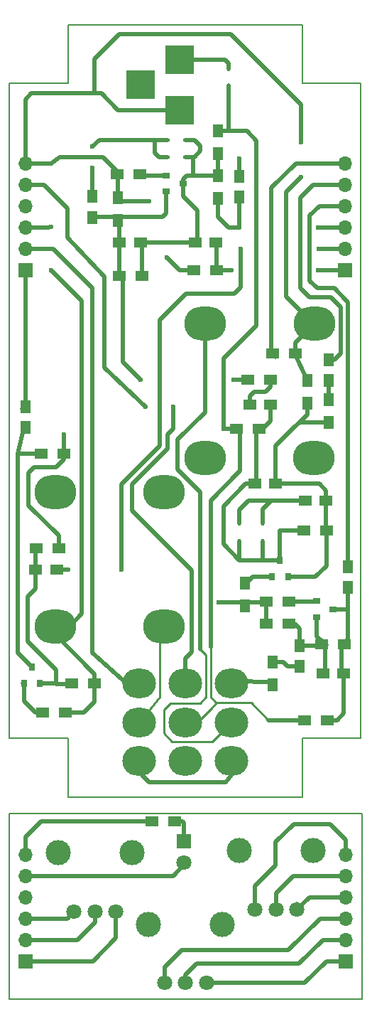
<source format=gbr>
G04 #@! TF.FileFunction,Copper,L2,Bot,Signal*
%FSLAX46Y46*%
G04 Gerber Fmt 4.6, Leading zero omitted, Abs format (unit mm)*
G04 Created by KiCad (PCBNEW 4.0.6) date 01/08/18 00:03:36*
%MOMM*%
%LPD*%
G01*
G04 APERTURE LIST*
%ADD10C,0.100000*%
%ADD11C,0.150000*%
%ADD12R,0.800000X0.900000*%
%ADD13R,3.500000X3.500000*%
%ADD14O,5.000000X4.000000*%
%ADD15R,0.900000X0.800000*%
%ADD16O,4.000000X3.500000*%
%ADD17C,1.800000*%
%ADD18C,3.000000*%
%ADD19R,1.800000X1.800000*%
%ADD20R,1.700000X1.700000*%
%ADD21O,1.700000X1.700000*%
%ADD22R,0.450000X0.600000*%
%ADD23R,0.600000X0.450000*%
%ADD24R,1.250000X1.500000*%
%ADD25R,1.500000X1.250000*%
%ADD26R,1.300000X1.500000*%
%ADD27R,1.500000X1.300000*%
%ADD28C,0.600000*%
%ADD29C,0.500000*%
%ADD30C,0.250000*%
%ADD31C,0.750000*%
G04 APERTURE END LIST*
D10*
D11*
X96012000Y-188849000D02*
X96012000Y-110871000D01*
X61087000Y-195834000D02*
X89027000Y-195834000D01*
X61087000Y-188849000D02*
X54102000Y-188849000D01*
X54102000Y-110871000D02*
X54102000Y-188849000D01*
X89027000Y-103886000D02*
X61087000Y-103886000D01*
X96139000Y-197802500D02*
X54102000Y-197802500D01*
X96139000Y-197802500D02*
X96012000Y-197802500D01*
X96139000Y-219900500D02*
X96139000Y-197802500D01*
X54102000Y-219900500D02*
X54102000Y-197929500D01*
X54102000Y-197802500D02*
X54102000Y-197929500D01*
X54178200Y-219875100D02*
X96189800Y-219875100D01*
X61087000Y-110871000D02*
X54102000Y-110871000D01*
X61087000Y-103886000D02*
X61087000Y-110871000D01*
X89027000Y-110871000D02*
X96012000Y-110871000D01*
X89027000Y-103886000D02*
X89027000Y-110871000D01*
X89027000Y-188849000D02*
X89027000Y-195834000D01*
X96012000Y-188849000D02*
X89027000Y-188849000D01*
X61087000Y-188849000D02*
X61087000Y-195834000D01*
D12*
X57719000Y-182356000D03*
X55819000Y-182356000D03*
X56769000Y-180356000D03*
D13*
X74422000Y-114046000D03*
X74422000Y-108046000D03*
X69722000Y-111046000D03*
D14*
X77447000Y-155447000D03*
X77447000Y-139447000D03*
X90447000Y-139447000D03*
X90424000Y-155447000D03*
X72540000Y-159513000D03*
X72540000Y-175513000D03*
X59540000Y-175513000D03*
X59563000Y-159513000D03*
D15*
X90694000Y-174432000D03*
X90694000Y-172532000D03*
X92694000Y-173482000D03*
D12*
X87310000Y-169656000D03*
X85410000Y-169656000D03*
X86360000Y-167656000D03*
D15*
X72787000Y-123759000D03*
X72787000Y-121859000D03*
X74787000Y-122809000D03*
D16*
X69557000Y-182344000D03*
X75057000Y-182344000D03*
X80557000Y-182344000D03*
X69557000Y-186944000D03*
X75057000Y-186944000D03*
X80557000Y-186944000D03*
X69557000Y-191544000D03*
X75057000Y-191544000D03*
X80557000Y-191544000D03*
D17*
X83392000Y-209232500D03*
X85892000Y-209232500D03*
X88392000Y-209232500D03*
D18*
X81492000Y-202232500D03*
X90292000Y-202232500D03*
D17*
X72597000Y-217995500D03*
X75097000Y-217995500D03*
X77597000Y-217995500D03*
D18*
X70697000Y-210995500D03*
X79497000Y-210995500D03*
D17*
X61802000Y-209486500D03*
X64302000Y-209486500D03*
X66802000Y-209486500D03*
D18*
X59902000Y-202486500D03*
X68702000Y-202486500D03*
D19*
X74930000Y-201104500D03*
D17*
X74930000Y-203644500D03*
D20*
X94234000Y-215392000D03*
D21*
X94234000Y-212852000D03*
X94234000Y-210312000D03*
X94234000Y-207772000D03*
X94234000Y-205232000D03*
X94234000Y-202692000D03*
D20*
X56007000Y-215392000D03*
D21*
X56007000Y-212852000D03*
X56007000Y-210312000D03*
X56007000Y-207772000D03*
X56007000Y-205232000D03*
X56007000Y-202692000D03*
D20*
X94107000Y-133096000D03*
D21*
X94107000Y-130556000D03*
X94107000Y-128016000D03*
X94107000Y-125476000D03*
X94107000Y-122936000D03*
X94107000Y-120396000D03*
D20*
X56007000Y-133096000D03*
D21*
X56007000Y-130556000D03*
X56007000Y-128016000D03*
X56007000Y-125476000D03*
X56007000Y-122936000D03*
X56007000Y-120396000D03*
D22*
X80264000Y-111286000D03*
X80264000Y-109186000D03*
X84328000Y-165388000D03*
X84328000Y-163288000D03*
X81534000Y-163288000D03*
X81534000Y-165388000D03*
D23*
X75091000Y-119634000D03*
X72991000Y-119634000D03*
X72991000Y-117602000D03*
X75091000Y-117602000D03*
D24*
X88709500Y-177820000D03*
X88709500Y-180320000D03*
D25*
X93960000Y-181102000D03*
X91460000Y-181102000D03*
D24*
X94488000Y-168422000D03*
X94488000Y-170922000D03*
X92202000Y-143784000D03*
X92202000Y-146284000D03*
D25*
X89364500Y-160591500D03*
X91864500Y-160591500D03*
X83332000Y-158559500D03*
X85832000Y-158559500D03*
X85260500Y-149161500D03*
X82760500Y-149161500D03*
D24*
X64008000Y-124353000D03*
X64008000Y-126853000D03*
D25*
X69703000Y-129857500D03*
X67203000Y-129857500D03*
X78720000Y-129794000D03*
X76220000Y-129794000D03*
D24*
X81534000Y-124440000D03*
X81534000Y-121940000D03*
D25*
X57233500Y-168783000D03*
X59733500Y-168783000D03*
D24*
X56007000Y-151872000D03*
X56007000Y-149372000D03*
D26*
X85471000Y-179815500D03*
X85471000Y-182515500D03*
D27*
X84756000Y-175196500D03*
X87456000Y-175196500D03*
X94060000Y-177673000D03*
X91360000Y-177673000D03*
X92028000Y-186690000D03*
X89328000Y-186690000D03*
X84756000Y-172593000D03*
X87456000Y-172593000D03*
X85454500Y-143002000D03*
X88154500Y-143002000D03*
D26*
X92202000Y-148573500D03*
X92202000Y-151273500D03*
X89598500Y-148987500D03*
X89598500Y-146287500D03*
D27*
X89201000Y-164147500D03*
X91901000Y-164147500D03*
X81200000Y-152019000D03*
X83900000Y-152019000D03*
D26*
X82169000Y-170354000D03*
X82169000Y-173054000D03*
D27*
X85233500Y-146177000D03*
X82533500Y-146177000D03*
D26*
X67056000Y-127207000D03*
X67056000Y-124507000D03*
D27*
X69930000Y-133794500D03*
X67230000Y-133794500D03*
D26*
X78994000Y-116569500D03*
X78994000Y-119269500D03*
D27*
X69676000Y-121666000D03*
X66976000Y-121666000D03*
D26*
X78994000Y-124540000D03*
X78994000Y-121840000D03*
D27*
X76120000Y-133096000D03*
X78820000Y-133096000D03*
X59960500Y-166243000D03*
X57260500Y-166243000D03*
X61515000Y-182308500D03*
X64215000Y-182308500D03*
X60595500Y-154940000D03*
X57895500Y-154940000D03*
X58022500Y-185801000D03*
X60722500Y-185801000D03*
X73803500Y-198755000D03*
X71103500Y-198755000D03*
D28*
X62738000Y-172669200D03*
X79070200Y-172643800D03*
X88900000Y-117856000D03*
X81534000Y-119824500D03*
X70739000Y-124904500D03*
X72898000Y-131572000D03*
X59055000Y-133096000D03*
X59029600Y-120446800D03*
X59055000Y-127990600D03*
X88900000Y-122047000D03*
X60579000Y-152654000D03*
X79603600Y-152019000D03*
X90957400Y-130556000D03*
X81661000Y-130556000D03*
X61087000Y-168783000D03*
X67437000Y-168783000D03*
X90881200Y-128016000D03*
X81534000Y-128016000D03*
X90893900Y-133096000D03*
X80556100Y-133096000D03*
X70358000Y-149352000D03*
X73596500Y-149352000D03*
X64008000Y-120929400D03*
X64008000Y-118440200D03*
X69723000Y-146177000D03*
X80835500Y-146177000D03*
D29*
X87456000Y-175196500D02*
X88074500Y-175196500D01*
X88074500Y-175196500D02*
X88709500Y-175831500D01*
X88709500Y-175831500D02*
X88709500Y-177820000D01*
X88709500Y-177820000D02*
X91213000Y-177820000D01*
X91213000Y-177820000D02*
X91360000Y-177673000D01*
X90694000Y-174432000D02*
X90694000Y-176736500D01*
X91884500Y-177736500D02*
X91760000Y-177673000D01*
X90694000Y-176736500D02*
X91884500Y-177736500D01*
X91644000Y-181036000D02*
X91710000Y-181102000D01*
X91760000Y-177673000D02*
X91760000Y-181052000D01*
X91760000Y-181052000D02*
X91710000Y-181102000D01*
X88693500Y-178054000D02*
X88709500Y-178070000D01*
X91506000Y-180898000D02*
X91710000Y-181102000D01*
X91583000Y-177496000D02*
X91760000Y-177673000D01*
X91810800Y-181202800D02*
X91710000Y-181102000D01*
X85471000Y-179815500D02*
X86788000Y-179815500D01*
X87292500Y-180320000D02*
X88709500Y-180320000D01*
X86788000Y-179815500D02*
X87292500Y-180320000D01*
X88505500Y-180274000D02*
X88709500Y-180070000D01*
X85420200Y-180164700D02*
X85471000Y-180215500D01*
X94488000Y-173482000D02*
X94488000Y-177035500D01*
X94488000Y-177035500D02*
X93660000Y-177673000D01*
X94488000Y-170922000D02*
X94488000Y-173482000D01*
X94424500Y-173418500D02*
X94424500Y-173482000D01*
X94488000Y-173482000D02*
X94424500Y-173418500D01*
X93960000Y-181102000D02*
X93960000Y-185884500D01*
X93960000Y-185884500D02*
X93154500Y-186690000D01*
X92694000Y-173482000D02*
X94107000Y-173482000D01*
X94107000Y-173482000D02*
X94424500Y-173482000D01*
X94803000Y-170987000D02*
X94488000Y-170672000D01*
X93710000Y-181102000D02*
X93710000Y-177723000D01*
X93710000Y-177723000D02*
X93660000Y-177673000D01*
X91628000Y-186690000D02*
X93154500Y-186690000D01*
X93583000Y-177596000D02*
X93660000Y-177673000D01*
X93659200Y-177672200D02*
X93660000Y-177673000D01*
X92202000Y-151273500D02*
X88629500Y-151273500D01*
X88629500Y-151273500D02*
X88582500Y-151320500D01*
X89598500Y-148987500D02*
X89598500Y-150304500D01*
X89598500Y-150304500D02*
X88582500Y-151320500D01*
X88582500Y-151320500D02*
X88138000Y-151765000D01*
X91864500Y-160591500D02*
X91864500Y-164111000D01*
X91864500Y-164111000D02*
X91901000Y-164147500D01*
X85832000Y-158559500D02*
X91059000Y-158559500D01*
X91864500Y-159365000D02*
X91864500Y-160591500D01*
X91059000Y-158559500D02*
X91864500Y-159365000D01*
X87310000Y-169656000D02*
X90567000Y-169656000D01*
X91901000Y-168322000D02*
X91901000Y-164147500D01*
X90567000Y-169656000D02*
X91901000Y-168322000D01*
X88138000Y-151765000D02*
X85832000Y-154071000D01*
X85832000Y-158559500D02*
X85832000Y-154071000D01*
X85582000Y-158559500D02*
X86487000Y-158559500D01*
X92070000Y-151005500D02*
X92202000Y-150873500D01*
X85620100Y-158521400D02*
X85582000Y-158559500D01*
X91614500Y-160591500D02*
X91757500Y-160591500D01*
X83332000Y-158559500D02*
X82296000Y-158559500D01*
X79629000Y-165751000D02*
X81534000Y-167656000D01*
X79629000Y-161226500D02*
X79629000Y-165751000D01*
X82296000Y-158559500D02*
X79629000Y-161226500D01*
X81534000Y-165388000D02*
X81534000Y-167656000D01*
X81534000Y-167656000D02*
X81534000Y-167513000D01*
X81534000Y-167513000D02*
X81534000Y-167656000D01*
X84328000Y-165388000D02*
X84328000Y-167656000D01*
X84328000Y-167656000D02*
X84328000Y-167576500D01*
X84328000Y-167576500D02*
X84328000Y-167656000D01*
X81534000Y-167656000D02*
X84328000Y-167656000D01*
X84328000Y-167656000D02*
X86360000Y-167656000D01*
X83900000Y-152019000D02*
X84328000Y-152019000D01*
X84328000Y-152019000D02*
X85260500Y-151086500D01*
X85260500Y-151086500D02*
X85260500Y-149161500D01*
X83500000Y-152019000D02*
X83500000Y-158391500D01*
X83500000Y-158391500D02*
X83332000Y-158559500D01*
X86360000Y-166687500D02*
X86360000Y-166370000D01*
X86360000Y-166687500D02*
X86360000Y-167656000D01*
X86360000Y-166370000D02*
X86360000Y-164147500D01*
X89601000Y-164147500D02*
X88455500Y-164147500D01*
X86360000Y-164147500D02*
X88455500Y-164147500D01*
X85071500Y-149100500D02*
X85010500Y-149161500D01*
X85153500Y-149304500D02*
X85010500Y-149161500D01*
X76120000Y-133096000D02*
X74422000Y-133096000D01*
X74422000Y-133096000D02*
X72898000Y-131572000D01*
X60722500Y-185801000D02*
X62928500Y-185801000D01*
X64215000Y-184514500D02*
X64215000Y-182308500D01*
X62928500Y-185801000D02*
X64215000Y-184514500D01*
X64215000Y-182308500D02*
X64215000Y-181182000D01*
X64215000Y-181182000D02*
X59540000Y-176507000D01*
X59540000Y-176507000D02*
X59540000Y-175513000D01*
X84756000Y-175196500D02*
X84756000Y-172593000D01*
X88154500Y-143002000D02*
X88154500Y-141739500D01*
X88154500Y-141739500D02*
X90447000Y-139447000D01*
X89598500Y-146287500D02*
X88138000Y-143018500D01*
X88138000Y-143018500D02*
X88154500Y-143002000D01*
X90868500Y-139868500D02*
X90447000Y-139447000D01*
X62738000Y-172669200D02*
X62738000Y-174040800D01*
X62738000Y-174040800D02*
X61265800Y-175513000D01*
X61265800Y-175513000D02*
X59540000Y-175513000D01*
X62738000Y-172669200D02*
X62738000Y-136779000D01*
X82169000Y-172654000D02*
X79105800Y-172654000D01*
X79095600Y-172643800D02*
X79070200Y-172643800D01*
X79105800Y-172654000D02*
X79095600Y-172643800D01*
X88900000Y-117856000D02*
X88900000Y-113411000D01*
X80518000Y-105029000D02*
X88900000Y-113411000D01*
X64262000Y-107950000D02*
X67183000Y-105029000D01*
X67183000Y-105029000D02*
X80518000Y-105029000D01*
X64262000Y-107950000D02*
X64262000Y-112077500D01*
X82169000Y-172654000D02*
X85095000Y-172654000D01*
X85095000Y-172654000D02*
X85156000Y-172593000D01*
X56007000Y-120396000D02*
X58801000Y-120396000D01*
X58801000Y-120396000D02*
X59029600Y-120446800D01*
X56007000Y-128016000D02*
X58674000Y-128016000D01*
X58674000Y-128016000D02*
X59055000Y-127990600D01*
X81534000Y-122190000D02*
X81534000Y-122047000D01*
X81534000Y-122047000D02*
X81534000Y-119824500D01*
X70741500Y-124907000D02*
X67056000Y-124907000D01*
X70739000Y-124904500D02*
X70741500Y-124907000D01*
X67376000Y-121666000D02*
X67310000Y-121729500D01*
X67310000Y-121729500D02*
X65278000Y-119634000D01*
X65278000Y-119634000D02*
X60071000Y-119634000D01*
X60071000Y-119634000D02*
X59029600Y-120446800D01*
X67056000Y-124907000D02*
X67056000Y-121986000D01*
X67056000Y-121986000D02*
X67376000Y-121666000D01*
X62738000Y-136779000D02*
X59055000Y-133096000D01*
X90447000Y-139447000D02*
X90298000Y-139447000D01*
X90298000Y-139447000D02*
X87122000Y-136271000D01*
X87122000Y-123825000D02*
X88900000Y-122047000D01*
X87122000Y-136271000D02*
X87122000Y-123825000D01*
X82230000Y-172593000D02*
X82169000Y-172654000D01*
X64262000Y-112077500D02*
X56705500Y-112077500D01*
X56705500Y-112077500D02*
X56007000Y-112776000D01*
X56007000Y-112776000D02*
X56007000Y-120396000D01*
X63688000Y-182435500D02*
X63815000Y-182308500D01*
X59540000Y-175513000D02*
X59540000Y-174140000D01*
X91252000Y-140252000D02*
X90447000Y-139447000D01*
X67183000Y-125034000D02*
X67056000Y-124907000D01*
X89537500Y-146748500D02*
X89598500Y-146687500D01*
X66995000Y-124968000D02*
X67056000Y-124907000D01*
X87729100Y-143027400D02*
X87754500Y-143002000D01*
X90447000Y-139447000D02*
X90447000Y-137782200D01*
X90575000Y-139319000D02*
X90447000Y-139447000D01*
X74422000Y-114046000D02*
X67056000Y-114046000D01*
X65087500Y-112077500D02*
X64262000Y-112077500D01*
X67056000Y-114046000D02*
X65087500Y-112077500D01*
X57233500Y-168783000D02*
X57233500Y-166270000D01*
X57233500Y-166270000D02*
X57260500Y-166243000D01*
X56261000Y-172847000D02*
X56261000Y-172021500D01*
X57233500Y-171049000D02*
X57233500Y-168783000D01*
X56261000Y-172021500D02*
X57233500Y-171049000D01*
X57719000Y-182356000D02*
X59690000Y-182356000D01*
X59690000Y-182356000D02*
X59690000Y-182372000D01*
X61915000Y-182308500D02*
X59690000Y-182372000D01*
X59690000Y-182372000D02*
X59690000Y-180721000D01*
X56261000Y-177292000D02*
X56261000Y-172847000D01*
X59690000Y-180721000D02*
X56261000Y-177292000D01*
X57483500Y-166420000D02*
X57660500Y-166243000D01*
X57610500Y-166293000D02*
X57660500Y-166243000D01*
X57719000Y-182356000D02*
X57719000Y-182184000D01*
X61788000Y-182435500D02*
X61915000Y-182308500D01*
X57719000Y-182356000D02*
X57719000Y-182433000D01*
X74930000Y-203644500D02*
X74930000Y-203898500D01*
X74930000Y-203898500D02*
X73596500Y-205232000D01*
X73596500Y-205232000D02*
X56007000Y-205232000D01*
X59960500Y-166243000D02*
X59960500Y-164735500D01*
X59960500Y-164735500D02*
X56388000Y-161163000D01*
X60595500Y-154940000D02*
X60595500Y-155622000D01*
X59626500Y-156591000D02*
X58166000Y-156591000D01*
X60595500Y-155622000D02*
X59626500Y-156591000D01*
X80264000Y-111286000D02*
X80264000Y-116569500D01*
X80264000Y-116569500D02*
X80327500Y-116569500D01*
X78994000Y-116569500D02*
X80327500Y-116569500D01*
X80327500Y-116569500D02*
X82406500Y-116569500D01*
X82406500Y-116569500D02*
X83566000Y-117729000D01*
X83566000Y-117729000D02*
X83566000Y-139700000D01*
X79629000Y-143637000D02*
X79629000Y-151993600D01*
X79629000Y-151993600D02*
X79603600Y-152019000D01*
X83566000Y-139700000D02*
X79629000Y-143637000D01*
X81600000Y-152019000D02*
X80187800Y-152019000D01*
X81600000Y-152019000D02*
X81600000Y-157033000D01*
X81600000Y-157033000D02*
X81343500Y-157289500D01*
X78105000Y-177990500D02*
X78105000Y-160528000D01*
X78105000Y-160528000D02*
X81343500Y-157289500D01*
D30*
X78105000Y-177990500D02*
X78105000Y-180911500D01*
X78105000Y-183959500D02*
X78105000Y-180911500D01*
X78740000Y-184594500D02*
X78105000Y-183959500D01*
X78740000Y-184638674D02*
X78740000Y-184594500D01*
X78105000Y-185356500D02*
X78822826Y-184638674D01*
X78740000Y-184721500D02*
X78740000Y-184638674D01*
X78822826Y-184638674D02*
X78740000Y-184721500D01*
X78105000Y-185356500D02*
X76517500Y-186944000D01*
X76517500Y-186944000D02*
X75057000Y-186944000D01*
X78740000Y-184638674D02*
X82911674Y-184638674D01*
X82911674Y-184638674D02*
X84963000Y-186690000D01*
D29*
X84963000Y-186690000D02*
X89728000Y-186690000D01*
X79603600Y-152019000D02*
X80187800Y-152019000D01*
X60579000Y-154432000D02*
X60579000Y-152654000D01*
X89601000Y-186563000D02*
X89728000Y-186690000D01*
X56388000Y-157226000D02*
X56388000Y-161163000D01*
X57023000Y-156591000D02*
X56388000Y-157226000D01*
X58166000Y-156591000D02*
X57023000Y-156591000D01*
X80264000Y-111315500D02*
X80264000Y-111139200D01*
X60322500Y-155067000D02*
X60195500Y-154940000D01*
X75057000Y-186944000D02*
X75565000Y-186690000D01*
X81574600Y-152044400D02*
X81600000Y-152019000D01*
X76866750Y-178276250D02*
X76866750Y-159543750D01*
X76866750Y-159543750D02*
X75755500Y-158432500D01*
D30*
X73279000Y-184658000D02*
X72517000Y-185420000D01*
X76835000Y-184658000D02*
X73279000Y-184658000D01*
X77533500Y-183959500D02*
X76835000Y-184658000D01*
X77533500Y-178943000D02*
X77533500Y-183959500D01*
X76866750Y-178276250D02*
X77533500Y-178943000D01*
X78271000Y-189230000D02*
X73485393Y-189230000D01*
X73485393Y-189230000D02*
X72517000Y-188261607D01*
X78271000Y-189230000D02*
X80557000Y-186944000D01*
X80557000Y-186944000D02*
X80557000Y-187286000D01*
X72517000Y-185420000D02*
X72517000Y-188261607D01*
D29*
X77406500Y-139487500D02*
X77406500Y-150050500D01*
X74168000Y-156845000D02*
X75755500Y-158432500D01*
X74168000Y-153289000D02*
X74168000Y-156845000D01*
X77406500Y-150050500D02*
X74168000Y-153289000D01*
X77406500Y-139487500D02*
X77447000Y-139447000D01*
D30*
X69557000Y-186944000D02*
X69596000Y-186944000D01*
X69596000Y-186944000D02*
X72009000Y-183927750D01*
X72009000Y-183927750D02*
X72009000Y-176171000D01*
X71882000Y-176171000D02*
X72540000Y-175513000D01*
D29*
X87056000Y-172593000D02*
X90633000Y-172593000D01*
X90633000Y-172593000D02*
X90694000Y-172532000D01*
X82169000Y-170754000D02*
X82169000Y-170561000D01*
X82169000Y-170561000D02*
X83074000Y-169656000D01*
X83074000Y-169656000D02*
X85410000Y-169656000D01*
X72787000Y-121859000D02*
X69469000Y-121859000D01*
X69469000Y-121859000D02*
X69276000Y-121666000D01*
X72726000Y-121920000D02*
X72787000Y-121859000D01*
X58022500Y-185801000D02*
X57213500Y-185801000D01*
X55819000Y-184406500D02*
X55819000Y-182356000D01*
X57213500Y-185801000D02*
X55819000Y-184406500D01*
X58361500Y-185862000D02*
X58422500Y-185801000D01*
X55880000Y-182417000D02*
X55819000Y-182356000D01*
X55819000Y-182356000D02*
X55642000Y-182356000D01*
X56007000Y-149372000D02*
X56007000Y-133096000D01*
X56007000Y-149622000D02*
X55610000Y-149622000D01*
X94107000Y-130556000D02*
X90957400Y-130556000D01*
X81661000Y-130556000D02*
X81661000Y-135128000D01*
X80899000Y-135890000D02*
X75184000Y-135890000D01*
X81661000Y-135128000D02*
X80899000Y-135890000D01*
X72009000Y-154051000D02*
X67437000Y-158623000D01*
X72009000Y-139065000D02*
X72009000Y-154051000D01*
X75184000Y-135890000D02*
X72009000Y-139065000D01*
X67437000Y-158623000D02*
X67437000Y-168783000D01*
X61087000Y-168783000D02*
X59483500Y-168783000D01*
X59499500Y-168799000D02*
X59483500Y-168783000D01*
X94488000Y-168422000D02*
X94488000Y-136906000D01*
X94488000Y-136906000D02*
X94234000Y-136652000D01*
X91059000Y-125476000D02*
X93281500Y-125476000D01*
X89916000Y-126619000D02*
X91059000Y-125476000D01*
X89916000Y-126619000D02*
X89916000Y-134366000D01*
X90805000Y-135255000D02*
X92837000Y-135255000D01*
X89916000Y-134366000D02*
X90805000Y-135255000D01*
X94234000Y-136652000D02*
X92837000Y-135255000D01*
X94107000Y-125476000D02*
X93281500Y-125476000D01*
X92202000Y-143784000D02*
X92880500Y-143784000D01*
X93630750Y-143033750D02*
X93630750Y-137572750D01*
X92880500Y-143784000D02*
X93630750Y-143033750D01*
X93630750Y-137572750D02*
X92392500Y-136334500D01*
X90297000Y-122936000D02*
X94107000Y-122936000D01*
X88773000Y-124460000D02*
X90297000Y-122936000D01*
X92392500Y-136334500D02*
X89852500Y-136334500D01*
X88773000Y-135255000D02*
X88773000Y-124460000D01*
X89852500Y-136334500D02*
X88773000Y-135255000D01*
X92202000Y-143784000D02*
X92202000Y-143431480D01*
X81534000Y-128016000D02*
X80264000Y-128016000D01*
X78994000Y-126746000D02*
X78994000Y-124540000D01*
X80264000Y-128016000D02*
X78994000Y-126746000D01*
X81534000Y-128016000D02*
X81534000Y-124440000D01*
X79044000Y-124190000D02*
X78994000Y-124140000D01*
X94107000Y-128016000D02*
X90881200Y-128016000D01*
X78820000Y-133096000D02*
X80556100Y-133096000D01*
X90893900Y-133096000D02*
X90995500Y-133096000D01*
X90995500Y-133096000D02*
X91567000Y-133096000D01*
X91567000Y-133096000D02*
X94107000Y-133096000D01*
X78820000Y-133096000D02*
X78820000Y-129894000D01*
X78820000Y-129894000D02*
X78720000Y-129794000D01*
X78470000Y-129794000D02*
X78470000Y-129905000D01*
X78420000Y-133096000D02*
X78689200Y-133096000D01*
X75057000Y-182344000D02*
X75057000Y-179324000D01*
X58229500Y-122936000D02*
X56007000Y-122936000D01*
X61023500Y-125730000D02*
X58229500Y-122936000D01*
X61023500Y-129222500D02*
X61023500Y-125730000D01*
X65405000Y-133921500D02*
X61023500Y-129222500D01*
X65405000Y-144716500D02*
X65405000Y-133921500D01*
X70358000Y-149352000D02*
X65405000Y-144716500D01*
X73596500Y-152019000D02*
X73596500Y-149352000D01*
X72961500Y-152654000D02*
X73596500Y-152019000D01*
X72961500Y-154368500D02*
X72961500Y-152654000D01*
X68707000Y-158623000D02*
X72961500Y-154368500D01*
X68707000Y-161734500D02*
X68707000Y-158623000D01*
X75819000Y-168846500D02*
X68707000Y-161734500D01*
X75819000Y-178562000D02*
X75819000Y-168846500D01*
X75057000Y-179324000D02*
X75819000Y-178562000D01*
X56007000Y-130556000D02*
X59309000Y-130556000D01*
X59309000Y-130556000D02*
X64008000Y-135255000D01*
X69557000Y-182344000D02*
X67917000Y-182217000D01*
X64008000Y-178689000D02*
X64008000Y-135255000D01*
X67917000Y-182217000D02*
X64008000Y-178689000D01*
X85854500Y-143002000D02*
X85344000Y-143002000D01*
X85344000Y-143002000D02*
X85344000Y-139382500D01*
X85854500Y-143002000D02*
X85854500Y-143444000D01*
X85344000Y-139382500D02*
X85344000Y-123317000D01*
X88265000Y-120396000D02*
X94107000Y-120396000D01*
X85344000Y-123317000D02*
X88265000Y-120396000D01*
X92202000Y-148973500D02*
X92202000Y-146034000D01*
X85471000Y-160591500D02*
X82613500Y-160591500D01*
X81534000Y-161671000D02*
X81534000Y-163288000D01*
X82613500Y-160591500D02*
X81534000Y-161671000D01*
X89364500Y-160591500D02*
X85471000Y-160591500D01*
X85471000Y-160591500D02*
X85344000Y-160591500D01*
X84328000Y-161607500D02*
X84328000Y-163288000D01*
X85344000Y-160591500D02*
X84328000Y-161607500D01*
X85233500Y-146177000D02*
X85233500Y-147049500D01*
X82760500Y-148125500D02*
X82760500Y-149161500D01*
X83248500Y-147637500D02*
X82760500Y-148125500D01*
X84645500Y-147637500D02*
X83248500Y-147637500D01*
X85233500Y-147049500D02*
X84645500Y-147637500D01*
X84788500Y-146132000D02*
X84833500Y-146177000D01*
X84924900Y-146268400D02*
X84833500Y-146177000D01*
X71437500Y-117602000D02*
X71437500Y-119126000D01*
X71945500Y-119634000D02*
X72991000Y-119634000D01*
X71437500Y-119126000D02*
X71945500Y-119634000D01*
X72991000Y-117602000D02*
X71437500Y-117602000D01*
X71437500Y-117602000D02*
X64846200Y-117602000D01*
X64846200Y-117602000D02*
X64008000Y-118440200D01*
X64008000Y-124603000D02*
X64008000Y-120929400D01*
X64033400Y-124587000D02*
X63931800Y-124688600D01*
X67203000Y-129857500D02*
X67203000Y-127354000D01*
X67203000Y-127354000D02*
X67056000Y-127207000D01*
X67203000Y-129857500D02*
X67203000Y-133767500D01*
X67203000Y-133767500D02*
X67230000Y-133794500D01*
X67056000Y-126807000D02*
X72329000Y-126807000D01*
X72787000Y-126349000D02*
X72787000Y-123759000D01*
X72329000Y-126807000D02*
X72787000Y-126349000D01*
X82933500Y-146177000D02*
X80835500Y-146177000D01*
X67630000Y-144084000D02*
X67630000Y-133794500D01*
X69723000Y-146177000D02*
X67630000Y-144084000D01*
X67056000Y-126807000D02*
X64212000Y-126807000D01*
X64212000Y-126807000D02*
X64008000Y-126603000D01*
X66945000Y-126918000D02*
X67056000Y-126807000D01*
X67503000Y-129907500D02*
X67453000Y-129857500D01*
X82933500Y-146177000D02*
X82867500Y-146177000D01*
X66929000Y-126934000D02*
X67056000Y-126807000D01*
X67580000Y-133744500D02*
X67630000Y-133794500D01*
X67554600Y-133905500D02*
X67589400Y-133870700D01*
X76009500Y-119634000D02*
X76009500Y-121840000D01*
X76009500Y-121840000D02*
X76009500Y-121729500D01*
X76009500Y-121729500D02*
X76009500Y-121840000D01*
X74787000Y-122809000D02*
X74787000Y-122317000D01*
X75264000Y-121840000D02*
X76009500Y-121840000D01*
X74787000Y-122317000D02*
X75264000Y-121840000D01*
X76009500Y-121840000D02*
X76898500Y-121840000D01*
X76898500Y-121840000D02*
X78994000Y-121840000D01*
X69703000Y-129857500D02*
X76156500Y-129857500D01*
X76156500Y-129857500D02*
X76220000Y-129794000D01*
X69930000Y-133794500D02*
X69930000Y-130084500D01*
X69930000Y-130084500D02*
X69703000Y-129857500D01*
X78850500Y-121666000D02*
X78994000Y-121522500D01*
X75091000Y-117602000D02*
X76136500Y-117602000D01*
X76136500Y-119634000D02*
X76009500Y-119634000D01*
X76009500Y-119634000D02*
X75091000Y-119634000D01*
X76835000Y-118935500D02*
X76136500Y-119634000D01*
X76835000Y-118300500D02*
X76835000Y-118681500D01*
X76835000Y-118681500D02*
X76835000Y-118935500D01*
X76136500Y-117602000D02*
X76835000Y-118300500D01*
X76343000Y-129921000D02*
X76470000Y-129794000D01*
X74848000Y-122748000D02*
X74787000Y-122809000D01*
X69580000Y-129730500D02*
X69453000Y-129857500D01*
X76470000Y-129794000D02*
X76470000Y-126000000D01*
X74787000Y-124317000D02*
X74787000Y-122809000D01*
X76470000Y-126000000D02*
X74787000Y-124317000D01*
X74741000Y-122763000D02*
X74787000Y-122809000D01*
X69580000Y-133744500D02*
X69530000Y-133794500D01*
X78994000Y-122240000D02*
X78994000Y-121346000D01*
X78994000Y-121346000D02*
X78994000Y-118869500D01*
X78912000Y-118951500D02*
X78994000Y-118869500D01*
X74741000Y-122763000D02*
X74787000Y-122809000D01*
X69554600Y-133930900D02*
X69494400Y-133870700D01*
X58295500Y-154940000D02*
X55118000Y-154940000D01*
X56769000Y-180356000D02*
X56769000Y-180340000D01*
X56769000Y-180340000D02*
X55118000Y-178689000D01*
X55118000Y-178689000D02*
X55118000Y-154940000D01*
X55118000Y-154940000D02*
X55880000Y-151765000D01*
X80264000Y-109186000D02*
X80264000Y-108521500D01*
X79788500Y-108046000D02*
X74422000Y-108046000D01*
X80264000Y-108521500D02*
X79788500Y-108046000D01*
D31*
X74482500Y-108106500D02*
X74422000Y-108046000D01*
D29*
X74482500Y-108106500D02*
X74422000Y-108046000D01*
X74464200Y-108088200D02*
X74422000Y-108046000D01*
X73403500Y-198755000D02*
X74739500Y-198755000D01*
X74930000Y-198945500D02*
X74930000Y-201104500D01*
X74739500Y-198755000D02*
X74930000Y-198945500D01*
X85471000Y-182115500D02*
X80844000Y-182057000D01*
X80844000Y-182057000D02*
X80557000Y-182344000D01*
X85504000Y-182082500D02*
X85471000Y-182115500D01*
X81760000Y-182344000D02*
X80557000Y-182344000D01*
X80557000Y-191544000D02*
X80557000Y-193255000D01*
X80557000Y-193255000D02*
X79883000Y-194056000D01*
X79883000Y-194056000D02*
X70739000Y-194056000D01*
X70739000Y-194056000D02*
X69938000Y-193255000D01*
X69938000Y-193255000D02*
X69557000Y-191544000D01*
X94234000Y-215392000D02*
X91884500Y-215392000D01*
X91884500Y-215392000D02*
X89281000Y-217995500D01*
X89281000Y-217995500D02*
X77597000Y-217995500D01*
X94234000Y-212852000D02*
X91503500Y-212852000D01*
X91503500Y-212852000D02*
X88646000Y-215709500D01*
X75097000Y-217995500D02*
X75097000Y-217066500D01*
X76454000Y-215709500D02*
X88646000Y-215709500D01*
X75097000Y-217066500D02*
X76454000Y-215709500D01*
X94234000Y-210312000D02*
X91122500Y-210312000D01*
X91122500Y-210312000D02*
X87376000Y-214058500D01*
X72597000Y-216137500D02*
X72597000Y-217995500D01*
X87376000Y-214058500D02*
X74676000Y-214058500D01*
X74676000Y-214058500D02*
X72597000Y-216137500D01*
X94234000Y-207772000D02*
X89852500Y-207772000D01*
X89852500Y-207772000D02*
X88392000Y-209232500D01*
X88392000Y-209232500D02*
X88392000Y-208597500D01*
X94234000Y-205232000D02*
X87947500Y-205232000D01*
X87947500Y-205232000D02*
X85892000Y-207287500D01*
X85892000Y-207287500D02*
X85892000Y-209232500D01*
X83392000Y-209232500D02*
X83392000Y-206485500D01*
X94234000Y-200977500D02*
X94234000Y-202692000D01*
X92329000Y-199072500D02*
X94234000Y-200977500D01*
X88011000Y-199072500D02*
X92329000Y-199072500D01*
X85852000Y-201231500D02*
X88011000Y-199072500D01*
X85852000Y-204025500D02*
X85852000Y-201231500D01*
X83392000Y-206485500D02*
X85852000Y-204025500D01*
X56007000Y-215392000D02*
X64071500Y-215392000D01*
X64071500Y-215392000D02*
X66802000Y-212661500D01*
X66802000Y-212661500D02*
X66802000Y-209486500D01*
X56007000Y-212852000D02*
X62230000Y-212852000D01*
X64302000Y-210780000D02*
X64302000Y-209486500D01*
X62230000Y-212852000D02*
X64302000Y-210780000D01*
X64302000Y-209486500D02*
X64302000Y-210208500D01*
X56007000Y-210312000D02*
X60976500Y-210312000D01*
X60976500Y-210312000D02*
X61802000Y-209486500D01*
X71503500Y-198755000D02*
X57848500Y-198755000D01*
X57848500Y-198755000D02*
X56007000Y-200596500D01*
X56007000Y-202692000D02*
X56007000Y-200596500D01*
D30*
X75057000Y-191544000D02*
X74958000Y-191544000D01*
M02*

</source>
